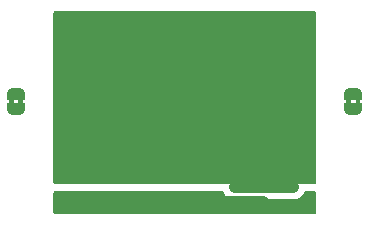
<source format=gbr>
%TF.GenerationSoftware,KiCad,Pcbnew,8.0.1*%
%TF.CreationDate,2024-05-13T16:53:06-04:00*%
%TF.ProjectId,LM1085,4c4d3130-3835-42e6-9b69-6361645f7063,rev?*%
%TF.SameCoordinates,Original*%
%TF.FileFunction,Copper,L2,Bot*%
%TF.FilePolarity,Positive*%
%FSLAX46Y46*%
G04 Gerber Fmt 4.6, Leading zero omitted, Abs format (unit mm)*
G04 Created by KiCad (PCBNEW 8.0.1) date 2024-05-13 16:53:06*
%MOMM*%
%LPD*%
G01*
G04 APERTURE LIST*
G04 Aperture macros list*
%AMFreePoly0*
4,1,19,0.500000,-0.750000,0.000000,-0.750000,0.000000,-0.744911,-0.071157,-0.744911,-0.207708,-0.704816,-0.327430,-0.627875,-0.420627,-0.520320,-0.479746,-0.390866,-0.500000,-0.250000,-0.500000,0.250000,-0.479746,0.390866,-0.420627,0.520320,-0.327430,0.627875,-0.207708,0.704816,-0.071157,0.744911,0.000000,0.744911,0.000000,0.750000,0.500000,0.750000,0.500000,-0.750000,0.500000,-0.750000,
$1*%
%AMFreePoly1*
4,1,19,0.000000,0.744911,0.071157,0.744911,0.207708,0.704816,0.327430,0.627875,0.420627,0.520320,0.479746,0.390866,0.500000,0.250000,0.500000,-0.250000,0.479746,-0.390866,0.420627,-0.520320,0.327430,-0.627875,0.207708,-0.704816,0.071157,-0.744911,0.000000,-0.744911,0.000000,-0.750000,-0.500000,-0.750000,-0.500000,0.750000,0.000000,0.750000,0.000000,0.744911,0.000000,0.744911,
$1*%
G04 Aperture macros list end*
%TA.AperFunction,EtchedComponent*%
%ADD10C,0.000000*%
%TD*%
%TA.AperFunction,SMDPad,CuDef*%
%ADD11FreePoly0,90.000000*%
%TD*%
%TA.AperFunction,SMDPad,CuDef*%
%ADD12FreePoly1,90.000000*%
%TD*%
%TA.AperFunction,SMDPad,CuDef*%
%ADD13FreePoly0,270.000000*%
%TD*%
%TA.AperFunction,SMDPad,CuDef*%
%ADD14FreePoly1,270.000000*%
%TD*%
%TA.AperFunction,ViaPad*%
%ADD15C,0.600000*%
%TD*%
%TA.AperFunction,Conductor*%
%ADD16C,1.000000*%
%TD*%
G04 APERTURE END LIST*
D10*
%TA.AperFunction,EtchedComponent*%
%TO.C,HSAnchor-2*%
G36*
X137125000Y-103755000D02*
G01*
X136725000Y-103755000D01*
X136725000Y-103255000D01*
X137125000Y-103255000D01*
X137125000Y-103755000D01*
G37*
%TD.AperFunction*%
%TA.AperFunction,EtchedComponent*%
G36*
X136325000Y-103755000D02*
G01*
X135925000Y-103755000D01*
X135925000Y-103255000D01*
X136325000Y-103255000D01*
X136325000Y-103755000D01*
G37*
%TD.AperFunction*%
%TA.AperFunction,EtchedComponent*%
%TO.C,HSAnchor-1*%
G36*
X164900000Y-103755000D02*
G01*
X164500000Y-103755000D01*
X164500000Y-103255000D01*
X164900000Y-103255000D01*
X164900000Y-103755000D01*
G37*
%TD.AperFunction*%
%TA.AperFunction,EtchedComponent*%
G36*
X165700000Y-103755000D02*
G01*
X165300000Y-103755000D01*
X165300000Y-103255000D01*
X165700000Y-103255000D01*
X165700000Y-103755000D01*
G37*
%TD.AperFunction*%
%TD*%
D11*
%TO.P,HSAnchor-2,1*%
%TO.N,N/C*%
X136525000Y-104155000D03*
D12*
%TO.P,HSAnchor-2,2*%
X136525000Y-102855000D03*
%TD*%
D13*
%TO.P,HSAnchor-1,1*%
%TO.N,N/C*%
X165100000Y-102855000D03*
D14*
%TO.P,HSAnchor-1,2*%
X165100000Y-104155000D03*
%TD*%
D15*
%TO.N,+5V*%
X142240000Y-112000000D03*
X147320000Y-112000000D03*
X152400000Y-112000000D03*
X157480000Y-112000000D03*
%TO.N,+3.3V*%
X160000000Y-104800000D03*
X154940000Y-110800000D03*
X160000000Y-97750000D03*
X160000000Y-110800000D03*
X141397434Y-97750000D03*
X147320000Y-97750000D03*
X141397434Y-104140000D03*
X153209907Y-97750000D03*
%TD*%
D16*
%TO.N,+5V*%
X157480000Y-112000000D02*
X152400000Y-112000000D01*
X147320000Y-112000000D02*
X142240000Y-112000000D01*
X152400000Y-112000000D02*
X147320000Y-112000000D01*
%TO.N,+3.3V*%
X147320000Y-97750000D02*
X153179217Y-97750000D01*
X141397434Y-104140000D02*
X141397434Y-97748652D01*
X160000000Y-104688935D02*
X160000000Y-97779342D01*
X155040626Y-110800000D02*
X160000000Y-110800000D01*
%TD*%
%TA.AperFunction,Conductor*%
%TO.N,+3.3V*%
G36*
X161868039Y-95904685D02*
G01*
X161913794Y-95957489D01*
X161925000Y-96009000D01*
X161925000Y-110366000D01*
X161905315Y-110433039D01*
X161852511Y-110478794D01*
X161801000Y-110490000D01*
X139824000Y-110490000D01*
X139756961Y-110470315D01*
X139711206Y-110417511D01*
X139700000Y-110366000D01*
X139700000Y-96009000D01*
X139719685Y-95941961D01*
X139772489Y-95896206D01*
X139824000Y-95885000D01*
X161801000Y-95885000D01*
X161868039Y-95904685D01*
G37*
%TD.AperFunction*%
%TD*%
%TA.AperFunction,Conductor*%
%TO.N,+5V*%
G36*
X154067838Y-111144685D02*
G01*
X154113593Y-111197489D01*
X154115360Y-111201548D01*
X154146901Y-111277697D01*
X154146908Y-111277710D01*
X154257272Y-111442880D01*
X154257275Y-111442884D01*
X154397741Y-111583350D01*
X154397745Y-111583353D01*
X154562915Y-111693717D01*
X154562921Y-111693720D01*
X154562922Y-111693721D01*
X154746457Y-111769744D01*
X154941292Y-111808499D01*
X154941296Y-111808500D01*
X154941297Y-111808500D01*
X160099330Y-111808500D01*
X160099331Y-111808499D01*
X160294169Y-111769744D01*
X160477704Y-111693721D01*
X160642881Y-111583353D01*
X160783353Y-111442881D01*
X160893721Y-111277704D01*
X160925266Y-111201548D01*
X160969107Y-111147144D01*
X161035401Y-111125079D01*
X161039827Y-111125000D01*
X161801000Y-111125000D01*
X161868039Y-111144685D01*
X161913794Y-111197489D01*
X161925000Y-111249000D01*
X161925000Y-112906000D01*
X161905315Y-112973039D01*
X161852511Y-113018794D01*
X161801000Y-113030000D01*
X139824000Y-113030000D01*
X139756961Y-113010315D01*
X139711206Y-112957511D01*
X139700000Y-112906000D01*
X139700000Y-111249000D01*
X139719685Y-111181961D01*
X139772489Y-111136206D01*
X139824000Y-111125000D01*
X154000799Y-111125000D01*
X154067838Y-111144685D01*
G37*
%TD.AperFunction*%
%TD*%
M02*

</source>
